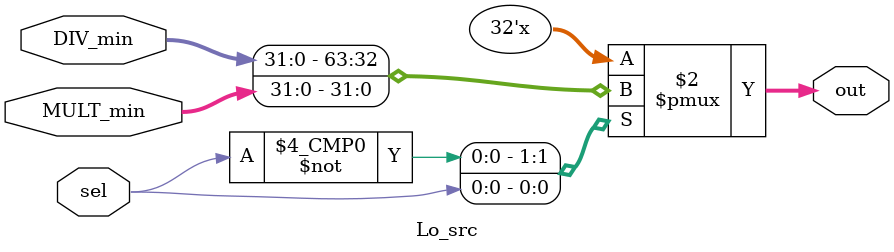
<source format=v>
module Lo_src(
    input [31:0] DIV_min,
    input [31:0] MULT_min,
    input sel,
    output reg [31:0] out
);

always @* begin
    case (sel)
    1'b0: out = DIV_min;
    1'b1: out = MULT_min;
    endcase
end
endmodule
</source>
